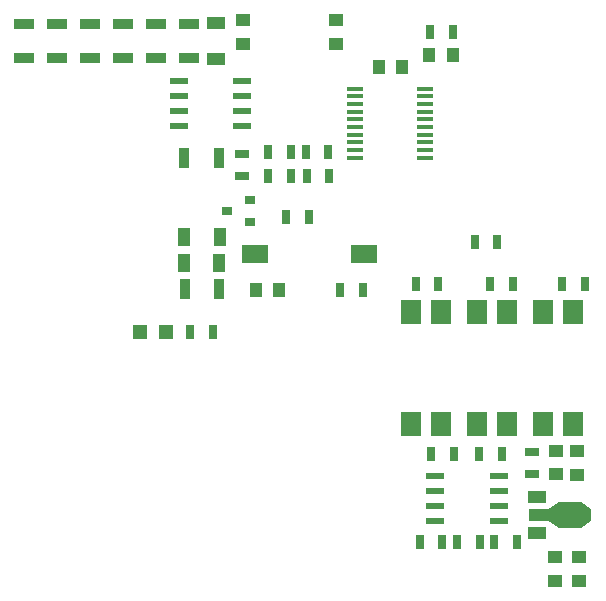
<source format=gtp>
G04 #@! TF.FileFunction,Paste,Top*
%FSLAX46Y46*%
G04 Gerber Fmt 4.6, Leading zero omitted, Abs format (unit mm)*
G04 Created by KiCad (PCBNEW 4.0.2+dfsg1-stable) date Wed 06 Sep 2017 09:12:24 PM CST*
%MOMM*%
G01*
G04 APERTURE LIST*
%ADD10C,0.100000*%
%ADD11R,1.000000X1.250000*%
%ADD12R,1.250000X1.000000*%
%ADD13R,1.000000X1.600000*%
%ADD14R,1.600000X1.000000*%
%ADD15R,1.200000X1.200000*%
%ADD16R,0.900000X0.800000*%
%ADD17R,0.700000X1.300000*%
%ADD18R,0.900000X1.700000*%
%ADD19R,1.700000X0.900000*%
%ADD20R,1.300000X0.700000*%
%ADD21R,2.180000X1.600000*%
%ADD22R,1.450000X0.450000*%
%ADD23R,1.550000X0.600000*%
%ADD24R,1.780000X2.000000*%
%ADD25R,1.500000X1.000000*%
%ADD26R,1.800000X1.000000*%
%ADD27R,1.840000X2.200000*%
G04 APERTURE END LIST*
D10*
D11*
X108696000Y-80162400D03*
X106696000Y-80162400D03*
X112963200Y-79197200D03*
X110963200Y-79197200D03*
X98282000Y-99060000D03*
X96282000Y-99060000D03*
D12*
X103124000Y-76216000D03*
X103124000Y-78216000D03*
X95250000Y-78216000D03*
X95250000Y-76216000D03*
D13*
X93220800Y-94589600D03*
X90220800Y-94589600D03*
X90218000Y-96774000D03*
X93218000Y-96774000D03*
D14*
X92964000Y-76478000D03*
X92964000Y-79478000D03*
D12*
X123698000Y-121682000D03*
X123698000Y-123682000D03*
X121666000Y-121682000D03*
X121666000Y-123682000D03*
X123494800Y-114690400D03*
X123494800Y-112690400D03*
X121716800Y-114674400D03*
X121716800Y-112674400D03*
D15*
X88730000Y-102616000D03*
X86530000Y-102616000D03*
D16*
X95843600Y-93304400D03*
X95843600Y-91404400D03*
X93843600Y-92354400D03*
D17*
X112964000Y-77216000D03*
X111064000Y-77216000D03*
X103444000Y-99060000D03*
X105344000Y-99060000D03*
X92644000Y-102616000D03*
X90744000Y-102616000D03*
D18*
X93144000Y-87884000D03*
X90244000Y-87884000D03*
D19*
X76708000Y-76528000D03*
X76708000Y-79428000D03*
X79502000Y-79428000D03*
X79502000Y-76528000D03*
X82296000Y-76528000D03*
X82296000Y-79428000D03*
X85090000Y-79428000D03*
X85090000Y-76528000D03*
D18*
X93167200Y-99009200D03*
X90267200Y-99009200D03*
D19*
X87884000Y-76528000D03*
X87884000Y-79428000D03*
X90678000Y-79428000D03*
X90678000Y-76528000D03*
D20*
X95148400Y-89408000D03*
X95148400Y-87508000D03*
D17*
X99248000Y-87376000D03*
X97348000Y-87376000D03*
X99248000Y-89408000D03*
X97348000Y-89408000D03*
X100772000Y-92862400D03*
X98872000Y-92862400D03*
X102499200Y-89408000D03*
X100599200Y-89408000D03*
X102448400Y-87376000D03*
X100548400Y-87376000D03*
X116484400Y-120396000D03*
X118384400Y-120396000D03*
X124140000Y-98552000D03*
X122240000Y-98552000D03*
X115229600Y-112928400D03*
X117129600Y-112928400D03*
X113334800Y-120396000D03*
X115234800Y-120396000D03*
X110164800Y-120396000D03*
X112064800Y-120396000D03*
X118044000Y-98552000D03*
X116144000Y-98552000D03*
D20*
X119684800Y-112740400D03*
X119684800Y-114640400D03*
D17*
X113065600Y-112928400D03*
X111165600Y-112928400D03*
X109860000Y-98552000D03*
X111760000Y-98552000D03*
D21*
X96235570Y-96009680D03*
X105440430Y-96014320D03*
D22*
X110595200Y-87862600D03*
X110595200Y-87212600D03*
X110595200Y-86562600D03*
X110595200Y-85912600D03*
X110595200Y-85262600D03*
X110595200Y-84612600D03*
X110595200Y-83962600D03*
X110595200Y-83312600D03*
X110595200Y-82662600D03*
X110595200Y-82012600D03*
X104695200Y-82012600D03*
X104695200Y-82662600D03*
X104695200Y-83312600D03*
X104695200Y-83962600D03*
X104695200Y-84612600D03*
X104695200Y-85262600D03*
X104695200Y-85912600D03*
X104695200Y-86562600D03*
X104695200Y-87212600D03*
X104695200Y-87862600D03*
D23*
X89756000Y-81407000D03*
X89756000Y-82677000D03*
X89756000Y-83947000D03*
X89756000Y-85217000D03*
X95156000Y-85217000D03*
X95156000Y-83947000D03*
X95156000Y-82677000D03*
X95156000Y-81407000D03*
D24*
X123190000Y-100899000D03*
X120650000Y-110429000D03*
X120650000Y-100899000D03*
X123190000Y-110429000D03*
D23*
X116847600Y-118643400D03*
X116847600Y-117373400D03*
X116847600Y-116103400D03*
X116847600Y-114833400D03*
X111447600Y-114833400D03*
X111447600Y-116103400D03*
X111447600Y-117373400D03*
X111447600Y-118643400D03*
D24*
X117602000Y-100899000D03*
X115062000Y-110429000D03*
X115062000Y-100899000D03*
X117602000Y-110429000D03*
X109474000Y-110429000D03*
X112014000Y-100899000D03*
X112014000Y-110429000D03*
X109474000Y-100899000D03*
D10*
G36*
X123806400Y-117010000D02*
X124656400Y-117610000D01*
X124656400Y-118610000D01*
X123806400Y-119210000D01*
X123806400Y-117010000D01*
X123806400Y-117010000D01*
G37*
D25*
X120084400Y-116610000D03*
D26*
X120230900Y-118110000D03*
D25*
X120084400Y-119610000D03*
D27*
X122897900Y-118110000D03*
D10*
G36*
X121988200Y-119210000D02*
X120988200Y-118510000D01*
X120988200Y-117710000D01*
X121988200Y-117010000D01*
X121988200Y-119210000D01*
X121988200Y-119210000D01*
G37*
D17*
X114838400Y-94996000D03*
X116738400Y-94996000D03*
M02*

</source>
